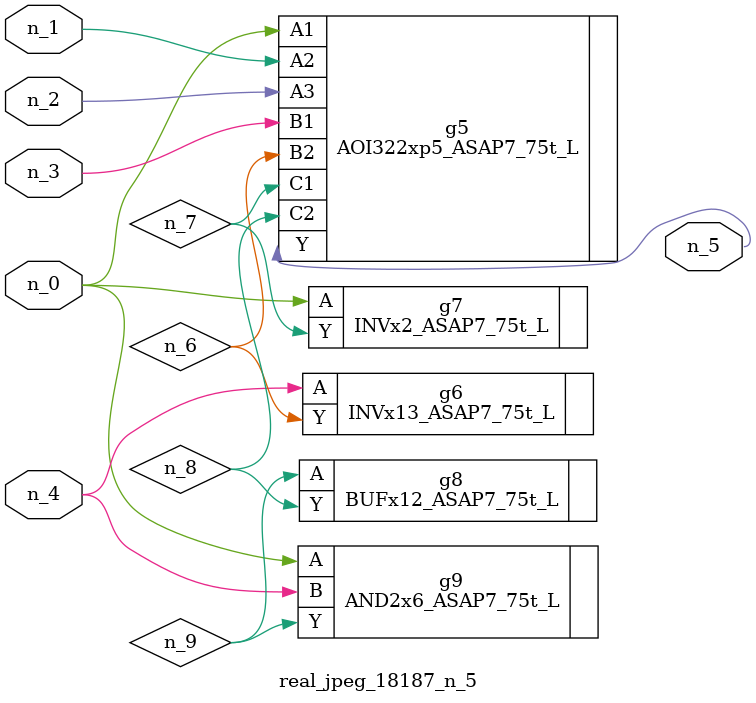
<source format=v>
module real_jpeg_18187_n_5 (n_4, n_0, n_1, n_2, n_3, n_5);

input n_4;
input n_0;
input n_1;
input n_2;
input n_3;

output n_5;

wire n_8;
wire n_6;
wire n_7;
wire n_9;

AOI322xp5_ASAP7_75t_L g5 ( 
.A1(n_0),
.A2(n_1),
.A3(n_2),
.B1(n_3),
.B2(n_6),
.C1(n_7),
.C2(n_8),
.Y(n_5)
);

INVx2_ASAP7_75t_L g7 ( 
.A(n_0),
.Y(n_7)
);

AND2x6_ASAP7_75t_L g9 ( 
.A(n_0),
.B(n_4),
.Y(n_9)
);

INVx13_ASAP7_75t_L g6 ( 
.A(n_4),
.Y(n_6)
);

BUFx12_ASAP7_75t_L g8 ( 
.A(n_9),
.Y(n_8)
);


endmodule
</source>
